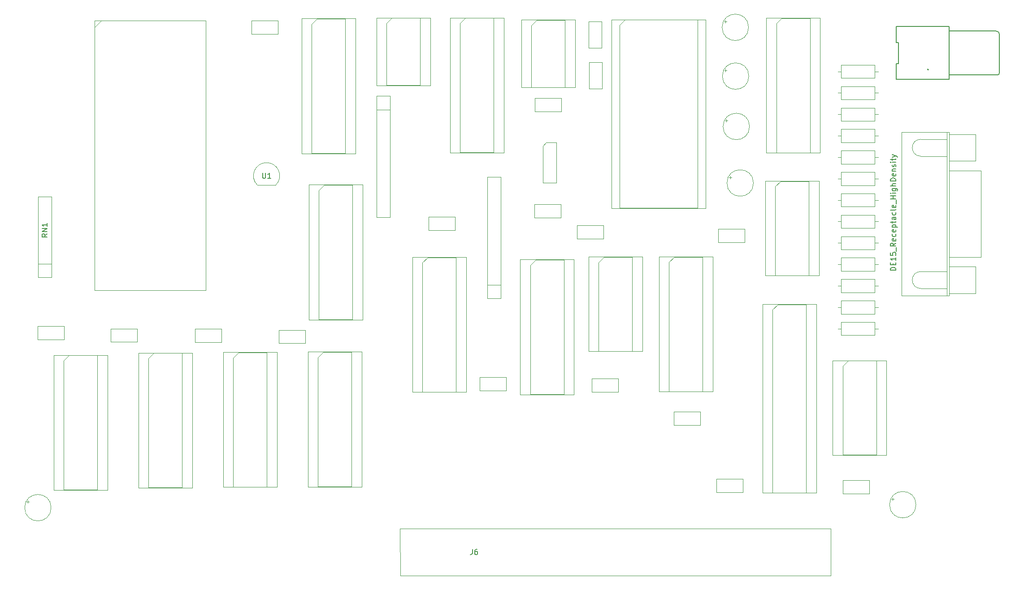
<source format=gbr>
%TF.GenerationSoftware,KiCad,Pcbnew,9.0.2*%
%TF.CreationDate,2026-01-18T17:28:16-06:00*%
%TF.ProjectId,video,76696465-6f2e-46b6-9963-61645f706362,V0.9*%
%TF.SameCoordinates,Original*%
%TF.FileFunction,AssemblyDrawing,Top*%
%FSLAX46Y46*%
G04 Gerber Fmt 4.6, Leading zero omitted, Abs format (unit mm)*
G04 Created by KiCad (PCBNEW 9.0.2) date 2026-01-18 17:28:16*
%MOMM*%
%LPD*%
G01*
G04 APERTURE LIST*
%ADD10C,0.150000*%
%ADD11C,0.100000*%
%ADD12C,0.127000*%
%ADD13C,0.200000*%
%ADD14C,0.120000*%
G04 APERTURE END LIST*
D10*
X85492095Y-70124819D02*
X85492095Y-70934342D01*
X85492095Y-70934342D02*
X85539714Y-71029580D01*
X85539714Y-71029580D02*
X85587333Y-71077200D01*
X85587333Y-71077200D02*
X85682571Y-71124819D01*
X85682571Y-71124819D02*
X85873047Y-71124819D01*
X85873047Y-71124819D02*
X85968285Y-71077200D01*
X85968285Y-71077200D02*
X86015904Y-71029580D01*
X86015904Y-71029580D02*
X86063523Y-70934342D01*
X86063523Y-70934342D02*
X86063523Y-70124819D01*
X87063523Y-71124819D02*
X86492095Y-71124819D01*
X86777809Y-71124819D02*
X86777809Y-70124819D01*
X86777809Y-70124819D02*
X86682571Y-70267676D01*
X86682571Y-70267676D02*
X86587333Y-70362914D01*
X86587333Y-70362914D02*
X86492095Y-70410533D01*
X205086819Y-88533953D02*
X204086819Y-88533953D01*
X204086819Y-88533953D02*
X204086819Y-88295858D01*
X204086819Y-88295858D02*
X204134438Y-88153001D01*
X204134438Y-88153001D02*
X204229676Y-88057763D01*
X204229676Y-88057763D02*
X204324914Y-88010144D01*
X204324914Y-88010144D02*
X204515390Y-87962525D01*
X204515390Y-87962525D02*
X204658247Y-87962525D01*
X204658247Y-87962525D02*
X204848723Y-88010144D01*
X204848723Y-88010144D02*
X204943961Y-88057763D01*
X204943961Y-88057763D02*
X205039200Y-88153001D01*
X205039200Y-88153001D02*
X205086819Y-88295858D01*
X205086819Y-88295858D02*
X205086819Y-88533953D01*
X204563009Y-87533953D02*
X204563009Y-87200620D01*
X205086819Y-87057763D02*
X205086819Y-87533953D01*
X205086819Y-87533953D02*
X204086819Y-87533953D01*
X204086819Y-87533953D02*
X204086819Y-87057763D01*
X205086819Y-86105382D02*
X205086819Y-86676810D01*
X205086819Y-86391096D02*
X204086819Y-86391096D01*
X204086819Y-86391096D02*
X204229676Y-86486334D01*
X204229676Y-86486334D02*
X204324914Y-86581572D01*
X204324914Y-86581572D02*
X204372533Y-86676810D01*
X204086819Y-85200620D02*
X204086819Y-85676810D01*
X204086819Y-85676810D02*
X204563009Y-85724429D01*
X204563009Y-85724429D02*
X204515390Y-85676810D01*
X204515390Y-85676810D02*
X204467771Y-85581572D01*
X204467771Y-85581572D02*
X204467771Y-85343477D01*
X204467771Y-85343477D02*
X204515390Y-85248239D01*
X204515390Y-85248239D02*
X204563009Y-85200620D01*
X204563009Y-85200620D02*
X204658247Y-85153001D01*
X204658247Y-85153001D02*
X204896342Y-85153001D01*
X204896342Y-85153001D02*
X204991580Y-85200620D01*
X204991580Y-85200620D02*
X205039200Y-85248239D01*
X205039200Y-85248239D02*
X205086819Y-85343477D01*
X205086819Y-85343477D02*
X205086819Y-85581572D01*
X205086819Y-85581572D02*
X205039200Y-85676810D01*
X205039200Y-85676810D02*
X204991580Y-85724429D01*
X205182057Y-84962525D02*
X205182057Y-84200620D01*
X205086819Y-83391096D02*
X204610628Y-83724429D01*
X205086819Y-83962524D02*
X204086819Y-83962524D01*
X204086819Y-83962524D02*
X204086819Y-83581572D01*
X204086819Y-83581572D02*
X204134438Y-83486334D01*
X204134438Y-83486334D02*
X204182057Y-83438715D01*
X204182057Y-83438715D02*
X204277295Y-83391096D01*
X204277295Y-83391096D02*
X204420152Y-83391096D01*
X204420152Y-83391096D02*
X204515390Y-83438715D01*
X204515390Y-83438715D02*
X204563009Y-83486334D01*
X204563009Y-83486334D02*
X204610628Y-83581572D01*
X204610628Y-83581572D02*
X204610628Y-83962524D01*
X205039200Y-82581572D02*
X205086819Y-82676810D01*
X205086819Y-82676810D02*
X205086819Y-82867286D01*
X205086819Y-82867286D02*
X205039200Y-82962524D01*
X205039200Y-82962524D02*
X204943961Y-83010143D01*
X204943961Y-83010143D02*
X204563009Y-83010143D01*
X204563009Y-83010143D02*
X204467771Y-82962524D01*
X204467771Y-82962524D02*
X204420152Y-82867286D01*
X204420152Y-82867286D02*
X204420152Y-82676810D01*
X204420152Y-82676810D02*
X204467771Y-82581572D01*
X204467771Y-82581572D02*
X204563009Y-82533953D01*
X204563009Y-82533953D02*
X204658247Y-82533953D01*
X204658247Y-82533953D02*
X204753485Y-83010143D01*
X205039200Y-81676810D02*
X205086819Y-81772048D01*
X205086819Y-81772048D02*
X205086819Y-81962524D01*
X205086819Y-81962524D02*
X205039200Y-82057762D01*
X205039200Y-82057762D02*
X204991580Y-82105381D01*
X204991580Y-82105381D02*
X204896342Y-82153000D01*
X204896342Y-82153000D02*
X204610628Y-82153000D01*
X204610628Y-82153000D02*
X204515390Y-82105381D01*
X204515390Y-82105381D02*
X204467771Y-82057762D01*
X204467771Y-82057762D02*
X204420152Y-81962524D01*
X204420152Y-81962524D02*
X204420152Y-81772048D01*
X204420152Y-81772048D02*
X204467771Y-81676810D01*
X205039200Y-80867286D02*
X205086819Y-80962524D01*
X205086819Y-80962524D02*
X205086819Y-81153000D01*
X205086819Y-81153000D02*
X205039200Y-81248238D01*
X205039200Y-81248238D02*
X204943961Y-81295857D01*
X204943961Y-81295857D02*
X204563009Y-81295857D01*
X204563009Y-81295857D02*
X204467771Y-81248238D01*
X204467771Y-81248238D02*
X204420152Y-81153000D01*
X204420152Y-81153000D02*
X204420152Y-80962524D01*
X204420152Y-80962524D02*
X204467771Y-80867286D01*
X204467771Y-80867286D02*
X204563009Y-80819667D01*
X204563009Y-80819667D02*
X204658247Y-80819667D01*
X204658247Y-80819667D02*
X204753485Y-81295857D01*
X204420152Y-80391095D02*
X205420152Y-80391095D01*
X204467771Y-80391095D02*
X204420152Y-80295857D01*
X204420152Y-80295857D02*
X204420152Y-80105381D01*
X204420152Y-80105381D02*
X204467771Y-80010143D01*
X204467771Y-80010143D02*
X204515390Y-79962524D01*
X204515390Y-79962524D02*
X204610628Y-79914905D01*
X204610628Y-79914905D02*
X204896342Y-79914905D01*
X204896342Y-79914905D02*
X204991580Y-79962524D01*
X204991580Y-79962524D02*
X205039200Y-80010143D01*
X205039200Y-80010143D02*
X205086819Y-80105381D01*
X205086819Y-80105381D02*
X205086819Y-80295857D01*
X205086819Y-80295857D02*
X205039200Y-80391095D01*
X204420152Y-79629190D02*
X204420152Y-79248238D01*
X204086819Y-79486333D02*
X204943961Y-79486333D01*
X204943961Y-79486333D02*
X205039200Y-79438714D01*
X205039200Y-79438714D02*
X205086819Y-79343476D01*
X205086819Y-79343476D02*
X205086819Y-79248238D01*
X205086819Y-78486333D02*
X204563009Y-78486333D01*
X204563009Y-78486333D02*
X204467771Y-78533952D01*
X204467771Y-78533952D02*
X204420152Y-78629190D01*
X204420152Y-78629190D02*
X204420152Y-78819666D01*
X204420152Y-78819666D02*
X204467771Y-78914904D01*
X205039200Y-78486333D02*
X205086819Y-78581571D01*
X205086819Y-78581571D02*
X205086819Y-78819666D01*
X205086819Y-78819666D02*
X205039200Y-78914904D01*
X205039200Y-78914904D02*
X204943961Y-78962523D01*
X204943961Y-78962523D02*
X204848723Y-78962523D01*
X204848723Y-78962523D02*
X204753485Y-78914904D01*
X204753485Y-78914904D02*
X204705866Y-78819666D01*
X204705866Y-78819666D02*
X204705866Y-78581571D01*
X204705866Y-78581571D02*
X204658247Y-78486333D01*
X205039200Y-77581571D02*
X205086819Y-77676809D01*
X205086819Y-77676809D02*
X205086819Y-77867285D01*
X205086819Y-77867285D02*
X205039200Y-77962523D01*
X205039200Y-77962523D02*
X204991580Y-78010142D01*
X204991580Y-78010142D02*
X204896342Y-78057761D01*
X204896342Y-78057761D02*
X204610628Y-78057761D01*
X204610628Y-78057761D02*
X204515390Y-78010142D01*
X204515390Y-78010142D02*
X204467771Y-77962523D01*
X204467771Y-77962523D02*
X204420152Y-77867285D01*
X204420152Y-77867285D02*
X204420152Y-77676809D01*
X204420152Y-77676809D02*
X204467771Y-77581571D01*
X205086819Y-77010142D02*
X205039200Y-77105380D01*
X205039200Y-77105380D02*
X204943961Y-77152999D01*
X204943961Y-77152999D02*
X204086819Y-77152999D01*
X205039200Y-76248237D02*
X205086819Y-76343475D01*
X205086819Y-76343475D02*
X205086819Y-76533951D01*
X205086819Y-76533951D02*
X205039200Y-76629189D01*
X205039200Y-76629189D02*
X204943961Y-76676808D01*
X204943961Y-76676808D02*
X204563009Y-76676808D01*
X204563009Y-76676808D02*
X204467771Y-76629189D01*
X204467771Y-76629189D02*
X204420152Y-76533951D01*
X204420152Y-76533951D02*
X204420152Y-76343475D01*
X204420152Y-76343475D02*
X204467771Y-76248237D01*
X204467771Y-76248237D02*
X204563009Y-76200618D01*
X204563009Y-76200618D02*
X204658247Y-76200618D01*
X204658247Y-76200618D02*
X204753485Y-76676808D01*
X205182057Y-76010142D02*
X205182057Y-75248237D01*
X205086819Y-75010141D02*
X204086819Y-75010141D01*
X204563009Y-75010141D02*
X204563009Y-74438713D01*
X205086819Y-74438713D02*
X204086819Y-74438713D01*
X205086819Y-73962522D02*
X204420152Y-73962522D01*
X204086819Y-73962522D02*
X204134438Y-74010141D01*
X204134438Y-74010141D02*
X204182057Y-73962522D01*
X204182057Y-73962522D02*
X204134438Y-73914903D01*
X204134438Y-73914903D02*
X204086819Y-73962522D01*
X204086819Y-73962522D02*
X204182057Y-73962522D01*
X204420152Y-73057761D02*
X205229676Y-73057761D01*
X205229676Y-73057761D02*
X205324914Y-73105380D01*
X205324914Y-73105380D02*
X205372533Y-73152999D01*
X205372533Y-73152999D02*
X205420152Y-73248237D01*
X205420152Y-73248237D02*
X205420152Y-73391094D01*
X205420152Y-73391094D02*
X205372533Y-73486332D01*
X205039200Y-73057761D02*
X205086819Y-73152999D01*
X205086819Y-73152999D02*
X205086819Y-73343475D01*
X205086819Y-73343475D02*
X205039200Y-73438713D01*
X205039200Y-73438713D02*
X204991580Y-73486332D01*
X204991580Y-73486332D02*
X204896342Y-73533951D01*
X204896342Y-73533951D02*
X204610628Y-73533951D01*
X204610628Y-73533951D02*
X204515390Y-73486332D01*
X204515390Y-73486332D02*
X204467771Y-73438713D01*
X204467771Y-73438713D02*
X204420152Y-73343475D01*
X204420152Y-73343475D02*
X204420152Y-73152999D01*
X204420152Y-73152999D02*
X204467771Y-73057761D01*
X205086819Y-72581570D02*
X204086819Y-72581570D01*
X205086819Y-72152999D02*
X204563009Y-72152999D01*
X204563009Y-72152999D02*
X204467771Y-72200618D01*
X204467771Y-72200618D02*
X204420152Y-72295856D01*
X204420152Y-72295856D02*
X204420152Y-72438713D01*
X204420152Y-72438713D02*
X204467771Y-72533951D01*
X204467771Y-72533951D02*
X204515390Y-72581570D01*
X205086819Y-71676808D02*
X204086819Y-71676808D01*
X204086819Y-71676808D02*
X204086819Y-71438713D01*
X204086819Y-71438713D02*
X204134438Y-71295856D01*
X204134438Y-71295856D02*
X204229676Y-71200618D01*
X204229676Y-71200618D02*
X204324914Y-71152999D01*
X204324914Y-71152999D02*
X204515390Y-71105380D01*
X204515390Y-71105380D02*
X204658247Y-71105380D01*
X204658247Y-71105380D02*
X204848723Y-71152999D01*
X204848723Y-71152999D02*
X204943961Y-71200618D01*
X204943961Y-71200618D02*
X205039200Y-71295856D01*
X205039200Y-71295856D02*
X205086819Y-71438713D01*
X205086819Y-71438713D02*
X205086819Y-71676808D01*
X205039200Y-70295856D02*
X205086819Y-70391094D01*
X205086819Y-70391094D02*
X205086819Y-70581570D01*
X205086819Y-70581570D02*
X205039200Y-70676808D01*
X205039200Y-70676808D02*
X204943961Y-70724427D01*
X204943961Y-70724427D02*
X204563009Y-70724427D01*
X204563009Y-70724427D02*
X204467771Y-70676808D01*
X204467771Y-70676808D02*
X204420152Y-70581570D01*
X204420152Y-70581570D02*
X204420152Y-70391094D01*
X204420152Y-70391094D02*
X204467771Y-70295856D01*
X204467771Y-70295856D02*
X204563009Y-70248237D01*
X204563009Y-70248237D02*
X204658247Y-70248237D01*
X204658247Y-70248237D02*
X204753485Y-70724427D01*
X204420152Y-69819665D02*
X205086819Y-69819665D01*
X204515390Y-69819665D02*
X204467771Y-69772046D01*
X204467771Y-69772046D02*
X204420152Y-69676808D01*
X204420152Y-69676808D02*
X204420152Y-69533951D01*
X204420152Y-69533951D02*
X204467771Y-69438713D01*
X204467771Y-69438713D02*
X204563009Y-69391094D01*
X204563009Y-69391094D02*
X205086819Y-69391094D01*
X205039200Y-68962522D02*
X205086819Y-68867284D01*
X205086819Y-68867284D02*
X205086819Y-68676808D01*
X205086819Y-68676808D02*
X205039200Y-68581570D01*
X205039200Y-68581570D02*
X204943961Y-68533951D01*
X204943961Y-68533951D02*
X204896342Y-68533951D01*
X204896342Y-68533951D02*
X204801104Y-68581570D01*
X204801104Y-68581570D02*
X204753485Y-68676808D01*
X204753485Y-68676808D02*
X204753485Y-68819665D01*
X204753485Y-68819665D02*
X204705866Y-68914903D01*
X204705866Y-68914903D02*
X204610628Y-68962522D01*
X204610628Y-68962522D02*
X204563009Y-68962522D01*
X204563009Y-68962522D02*
X204467771Y-68914903D01*
X204467771Y-68914903D02*
X204420152Y-68819665D01*
X204420152Y-68819665D02*
X204420152Y-68676808D01*
X204420152Y-68676808D02*
X204467771Y-68581570D01*
X205086819Y-68105379D02*
X204420152Y-68105379D01*
X204086819Y-68105379D02*
X204134438Y-68152998D01*
X204134438Y-68152998D02*
X204182057Y-68105379D01*
X204182057Y-68105379D02*
X204134438Y-68057760D01*
X204134438Y-68057760D02*
X204086819Y-68105379D01*
X204086819Y-68105379D02*
X204182057Y-68105379D01*
X204420152Y-67772046D02*
X204420152Y-67391094D01*
X204086819Y-67629189D02*
X204943961Y-67629189D01*
X204943961Y-67629189D02*
X205039200Y-67581570D01*
X205039200Y-67581570D02*
X205086819Y-67486332D01*
X205086819Y-67486332D02*
X205086819Y-67391094D01*
X204420152Y-67152998D02*
X205086819Y-66914903D01*
X204420152Y-66676808D02*
X205086819Y-66914903D01*
X205086819Y-66914903D02*
X205324914Y-67010141D01*
X205324914Y-67010141D02*
X205372533Y-67057760D01*
X205372533Y-67057760D02*
X205420152Y-67152998D01*
X125117266Y-141263019D02*
X125117266Y-141977304D01*
X125117266Y-141977304D02*
X125069647Y-142120161D01*
X125069647Y-142120161D02*
X124974409Y-142215400D01*
X124974409Y-142215400D02*
X124831552Y-142263019D01*
X124831552Y-142263019D02*
X124736314Y-142263019D01*
X126022028Y-141263019D02*
X125831552Y-141263019D01*
X125831552Y-141263019D02*
X125736314Y-141310638D01*
X125736314Y-141310638D02*
X125688695Y-141358257D01*
X125688695Y-141358257D02*
X125593457Y-141501114D01*
X125593457Y-141501114D02*
X125545838Y-141691590D01*
X125545838Y-141691590D02*
X125545838Y-142072542D01*
X125545838Y-142072542D02*
X125593457Y-142167780D01*
X125593457Y-142167780D02*
X125641076Y-142215400D01*
X125641076Y-142215400D02*
X125736314Y-142263019D01*
X125736314Y-142263019D02*
X125926790Y-142263019D01*
X125926790Y-142263019D02*
X126022028Y-142215400D01*
X126022028Y-142215400D02*
X126069647Y-142167780D01*
X126069647Y-142167780D02*
X126117266Y-142072542D01*
X126117266Y-142072542D02*
X126117266Y-141834447D01*
X126117266Y-141834447D02*
X126069647Y-141739209D01*
X126069647Y-141739209D02*
X126022028Y-141691590D01*
X126022028Y-141691590D02*
X125926790Y-141643971D01*
X125926790Y-141643971D02*
X125736314Y-141643971D01*
X125736314Y-141643971D02*
X125641076Y-141691590D01*
X125641076Y-141691590D02*
X125593457Y-141739209D01*
X125593457Y-141739209D02*
X125545838Y-141834447D01*
X44844819Y-81640476D02*
X44368628Y-81973809D01*
X44844819Y-82211904D02*
X43844819Y-82211904D01*
X43844819Y-82211904D02*
X43844819Y-81830952D01*
X43844819Y-81830952D02*
X43892438Y-81735714D01*
X43892438Y-81735714D02*
X43940057Y-81688095D01*
X43940057Y-81688095D02*
X44035295Y-81640476D01*
X44035295Y-81640476D02*
X44178152Y-81640476D01*
X44178152Y-81640476D02*
X44273390Y-81688095D01*
X44273390Y-81688095D02*
X44321009Y-81735714D01*
X44321009Y-81735714D02*
X44368628Y-81830952D01*
X44368628Y-81830952D02*
X44368628Y-82211904D01*
X44844819Y-81211904D02*
X43844819Y-81211904D01*
X43844819Y-81211904D02*
X44844819Y-80640476D01*
X44844819Y-80640476D02*
X43844819Y-80640476D01*
X44844819Y-79640476D02*
X44844819Y-80211904D01*
X44844819Y-79926190D02*
X43844819Y-79926190D01*
X43844819Y-79926190D02*
X43987676Y-80021428D01*
X43987676Y-80021428D02*
X44082914Y-80116666D01*
X44082914Y-80116666D02*
X44130533Y-80211904D01*
D11*
%TO.C,U6*%
X160350000Y-85960000D02*
X160350000Y-111480000D01*
X160350000Y-111480000D02*
X170510000Y-111480000D01*
X162255000Y-87020000D02*
X163255000Y-86020000D01*
X162255000Y-111420000D02*
X162255000Y-87020000D01*
X163255000Y-86020000D02*
X168605000Y-86020000D01*
X168605000Y-86020000D02*
X168605000Y-111420000D01*
X168605000Y-111420000D02*
X162255000Y-111420000D01*
X170510000Y-85960000D02*
X160350000Y-85960000D01*
X170510000Y-111480000D02*
X170510000Y-85960000D01*
%TO.C,U2*%
X147050000Y-85970000D02*
X147050000Y-103870000D01*
X147050000Y-103870000D02*
X157210000Y-103870000D01*
X148955000Y-87030000D02*
X149955000Y-86030000D01*
X148955000Y-103810000D02*
X148955000Y-87030000D01*
X149955000Y-86030000D02*
X155305000Y-86030000D01*
X155305000Y-86030000D02*
X155305000Y-103810000D01*
X155305000Y-103810000D02*
X148955000Y-103810000D01*
X157210000Y-85970000D02*
X147050000Y-85970000D01*
X157210000Y-103870000D02*
X157210000Y-85970000D01*
%TO.C,U40*%
X179900000Y-94940000D02*
X179900000Y-130620000D01*
X179900000Y-130620000D02*
X190060000Y-130620000D01*
X181805000Y-96000000D02*
X182805000Y-95000000D01*
X181805000Y-130560000D02*
X181805000Y-96000000D01*
X182805000Y-95000000D02*
X188155000Y-95000000D01*
X188155000Y-95000000D02*
X188155000Y-130560000D01*
X188155000Y-130560000D02*
X181805000Y-130560000D01*
X190060000Y-94940000D02*
X179900000Y-94940000D01*
X190060000Y-130620000D02*
X190060000Y-94940000D01*
%TO.C,U5*%
X94220000Y-72350000D02*
X94220000Y-97870000D01*
X94220000Y-97870000D02*
X104380000Y-97870000D01*
X96125000Y-73410000D02*
X97125000Y-72410000D01*
X96125000Y-97810000D02*
X96125000Y-73410000D01*
X97125000Y-72410000D02*
X102475000Y-72410000D01*
X102475000Y-72410000D02*
X102475000Y-97810000D01*
X102475000Y-97810000D02*
X96125000Y-97810000D01*
X104380000Y-72350000D02*
X94220000Y-72350000D01*
X104380000Y-97870000D02*
X104380000Y-72350000D01*
%TO.C,U4*%
X94060000Y-103930000D02*
X94060000Y-129450000D01*
X94060000Y-129450000D02*
X104220000Y-129450000D01*
X95965000Y-104990000D02*
X96965000Y-103990000D01*
X95965000Y-129390000D02*
X95965000Y-104990000D01*
X96965000Y-103990000D02*
X102315000Y-103990000D01*
X102315000Y-103990000D02*
X102315000Y-129390000D01*
X102315000Y-129390000D02*
X95965000Y-129390000D01*
X104220000Y-103930000D02*
X94060000Y-103930000D01*
X104220000Y-129450000D02*
X104220000Y-103930000D01*
%TO.C,U9*%
X92860000Y-40950000D02*
X92860000Y-66470000D01*
X92860000Y-66470000D02*
X103020000Y-66470000D01*
X94765000Y-42010000D02*
X95765000Y-41010000D01*
X94765000Y-66410000D02*
X94765000Y-42010000D01*
X95765000Y-41010000D02*
X101115000Y-41010000D01*
X101115000Y-41010000D02*
X101115000Y-66410000D01*
X101115000Y-66410000D02*
X94765000Y-66410000D01*
X103020000Y-40950000D02*
X92860000Y-40950000D01*
X103020000Y-66470000D02*
X103020000Y-40950000D01*
%TO.C,U16*%
X151410000Y-41140000D02*
X151410000Y-76820000D01*
X151410000Y-76820000D02*
X169190000Y-76820000D01*
X152935000Y-42200000D02*
X153935000Y-41200000D01*
X152935000Y-76760000D02*
X152935000Y-42200000D01*
X153935000Y-41200000D02*
X167665000Y-41200000D01*
X167665000Y-41200000D02*
X167665000Y-76760000D01*
X167665000Y-76760000D02*
X152935000Y-76760000D01*
X169190000Y-41140000D02*
X151410000Y-41140000D01*
X169190000Y-76820000D02*
X169190000Y-41140000D01*
%TO.C,U1*%
X84484000Y-72420000D02*
X87984000Y-72420000D01*
X84500375Y-72423625D02*
G75*
G02*
X86254000Y-68190000I1753625J1753625D01*
G01*
X86254000Y-68190000D02*
G75*
G02*
X88007625Y-72423625I0J-2480000D01*
G01*
%TO.C,C39*%
X172696395Y-50752500D02*
X173196395Y-50752500D01*
X172946395Y-50502500D02*
X172946395Y-51002500D01*
X177330000Y-51840000D02*
G75*
G02*
X172330000Y-51840000I-2500000J0D01*
G01*
X172330000Y-51840000D02*
G75*
G02*
X177330000Y-51840000I2500000J0D01*
G01*
%TO.C,U7*%
X120900000Y-40820000D02*
X120900000Y-66340000D01*
X120900000Y-66340000D02*
X131060000Y-66340000D01*
X122805000Y-41880000D02*
X123805000Y-40880000D01*
X122805000Y-66280000D02*
X122805000Y-41880000D01*
X123805000Y-40880000D02*
X129155000Y-40880000D01*
X129155000Y-40880000D02*
X129155000Y-66280000D01*
X129155000Y-66280000D02*
X122805000Y-66280000D01*
X131060000Y-40820000D02*
X120900000Y-40820000D01*
X131060000Y-66340000D02*
X131060000Y-40820000D01*
%TO.C,C14*%
X40936395Y-132312500D02*
X41436395Y-132312500D01*
X41186395Y-132062500D02*
X41186395Y-132562500D01*
X45570000Y-133400000D02*
G75*
G02*
X40570000Y-133400000I-2500000J0D01*
G01*
X40570000Y-133400000D02*
G75*
G02*
X45570000Y-133400000I2500000J0D01*
G01*
%TO.C,C4*%
X147710000Y-109020000D02*
X147710000Y-111520000D01*
X147710000Y-111520000D02*
X152710000Y-111520000D01*
X152710000Y-109020000D02*
X147710000Y-109020000D01*
X152710000Y-111520000D02*
X152710000Y-109020000D01*
%TO.C,R22*%
X194130000Y-67170000D02*
X194790000Y-67170000D01*
X194790000Y-65920000D02*
X194790000Y-68420000D01*
X194790000Y-68420000D02*
X201090000Y-68420000D01*
X201090000Y-65920000D02*
X194790000Y-65920000D01*
X201090000Y-68420000D02*
X201090000Y-65920000D01*
X201750000Y-67170000D02*
X201090000Y-67170000D01*
%TO.C,U32*%
X62053300Y-104130000D02*
X62053300Y-129650000D01*
X62053300Y-129650000D02*
X72213300Y-129650000D01*
X63958300Y-105190000D02*
X64958300Y-104190000D01*
X63958300Y-129590000D02*
X63958300Y-105190000D01*
X64958300Y-104190000D02*
X70308300Y-104190000D01*
X70308300Y-104190000D02*
X70308300Y-129590000D01*
X70308300Y-129590000D02*
X63958300Y-129590000D01*
X72213300Y-104130000D02*
X62053300Y-104130000D01*
X72213300Y-129650000D02*
X72213300Y-104130000D01*
%TO.C,R23*%
X194130000Y-71220000D02*
X194790000Y-71220000D01*
X194790000Y-69970000D02*
X194790000Y-72470000D01*
X194790000Y-72470000D02*
X201090000Y-72470000D01*
X201090000Y-69970000D02*
X194790000Y-69970000D01*
X201090000Y-72470000D02*
X201090000Y-69970000D01*
X201750000Y-71220000D02*
X201090000Y-71220000D01*
%TO.C,RR1*%
X107060000Y-55600000D02*
X107060000Y-78500000D01*
X107060000Y-78500000D02*
X109560000Y-78500000D01*
X109560000Y-55600000D02*
X107060000Y-55600000D01*
X109560000Y-58160000D02*
X107060000Y-58160000D01*
X109560000Y-78500000D02*
X109560000Y-55600000D01*
%TO.C,C45*%
X171540000Y-80730000D02*
X171540000Y-83230000D01*
X171540000Y-83230000D02*
X176540000Y-83230000D01*
X176540000Y-80730000D02*
X171540000Y-80730000D01*
X176540000Y-83230000D02*
X176540000Y-80730000D01*
%TO.C,U3*%
X193170000Y-105590000D02*
X193170000Y-123490000D01*
X193170000Y-123490000D02*
X203330000Y-123490000D01*
X195075000Y-106650000D02*
X196075000Y-105650000D01*
X195075000Y-123430000D02*
X195075000Y-106650000D01*
X196075000Y-105650000D02*
X201425000Y-105650000D01*
X201425000Y-105650000D02*
X201425000Y-123430000D01*
X201425000Y-123430000D02*
X195075000Y-123430000D01*
X203330000Y-105590000D02*
X193170000Y-105590000D01*
X203330000Y-123490000D02*
X203330000Y-105590000D01*
%TO.C,C3*%
X116886000Y-78474000D02*
X116886000Y-80974000D01*
X116886000Y-80974000D02*
X121886000Y-80974000D01*
X121886000Y-78474000D02*
X116886000Y-78474000D01*
X121886000Y-80974000D02*
X121886000Y-78474000D01*
%TO.C,J11*%
X206140000Y-62445000D02*
X206140000Y-93295000D01*
X206140000Y-93295000D02*
X214740000Y-93295000D01*
X214740000Y-62445000D02*
X206140000Y-62445000D01*
X214740000Y-62445000D02*
X214740000Y-93295000D01*
X214740000Y-63770000D02*
X209800000Y-63770000D01*
X214740000Y-66970000D02*
X209800000Y-66970000D01*
X214740000Y-88770000D02*
X209800000Y-88770000D01*
X214740000Y-91970000D02*
X209800000Y-91970000D01*
X214740000Y-93295000D02*
X214740000Y-62445000D01*
X214740000Y-93295000D02*
X215140000Y-93295000D01*
X215140000Y-62445000D02*
X214740000Y-62445000D01*
X215140000Y-62870000D02*
X215140000Y-67870000D01*
X215140000Y-67870000D02*
X220140000Y-67870000D01*
X215140000Y-69720000D02*
X215140000Y-86020000D01*
X215140000Y-86020000D02*
X221140000Y-86020000D01*
X215140000Y-87870000D02*
X215140000Y-92870000D01*
X215140000Y-92870000D02*
X220140000Y-92870000D01*
X215140000Y-93295000D02*
X215140000Y-62445000D01*
X220140000Y-62870000D02*
X215140000Y-62870000D01*
X220140000Y-67870000D02*
X220140000Y-62870000D01*
X220140000Y-87870000D02*
X215140000Y-87870000D01*
X220140000Y-92870000D02*
X220140000Y-87870000D01*
X221140000Y-69720000D02*
X215140000Y-69720000D01*
X221140000Y-86020000D02*
X221140000Y-69720000D01*
X209800000Y-66970000D02*
G75*
G02*
X209800000Y-63770000I0J1600000D01*
G01*
X209800000Y-91970000D02*
G75*
G02*
X209800000Y-88770000I0J1600000D01*
G01*
%TO.C,C37*%
X83380000Y-41380000D02*
X83380000Y-43880000D01*
X83380000Y-43880000D02*
X88380000Y-43880000D01*
X88380000Y-41380000D02*
X83380000Y-41380000D01*
X88380000Y-43880000D02*
X88380000Y-41380000D01*
%TO.C,C7*%
X136920000Y-56000000D02*
X136920000Y-58500000D01*
X136920000Y-58500000D02*
X141920000Y-58500000D01*
X141920000Y-56000000D02*
X136920000Y-56000000D01*
X141920000Y-58500000D02*
X141920000Y-56000000D01*
%TO.C,P3*%
X180400000Y-71650000D02*
X180400000Y-89550000D01*
X180400000Y-89550000D02*
X190560000Y-89550000D01*
X182305000Y-72710000D02*
X183305000Y-71710000D01*
X182305000Y-89490000D02*
X182305000Y-72710000D01*
X183305000Y-71710000D02*
X188655000Y-71710000D01*
X188655000Y-71710000D02*
X188655000Y-89490000D01*
X188655000Y-89490000D02*
X182305000Y-89490000D01*
X190560000Y-71650000D02*
X180400000Y-71650000D01*
X190560000Y-89550000D02*
X190560000Y-71650000D01*
%TO.C,C43*%
X172823395Y-60265500D02*
X173323395Y-60265500D01*
X173073395Y-60015500D02*
X173073395Y-60515500D01*
X177457000Y-61353000D02*
G75*
G02*
X172457000Y-61353000I-2500000J0D01*
G01*
X172457000Y-61353000D02*
G75*
G02*
X177457000Y-61353000I2500000J0D01*
G01*
%TO.C,R3*%
X194130000Y-55020000D02*
X194790000Y-55020000D01*
X194790000Y-53770000D02*
X194790000Y-56270000D01*
X194790000Y-56270000D02*
X201090000Y-56270000D01*
X201090000Y-53770000D02*
X194790000Y-53770000D01*
X201090000Y-56270000D02*
X201090000Y-53770000D01*
X201750000Y-55020000D02*
X201090000Y-55020000D01*
%TO.C,J6*%
X111476600Y-137359200D02*
X192760600Y-137363200D01*
X111480600Y-146253200D02*
X111476600Y-137359200D01*
X192760600Y-137363200D02*
X192760600Y-146253200D01*
X192760600Y-146253200D02*
X111480600Y-146253200D01*
%TO.C,C42*%
X147076000Y-41496000D02*
X147076000Y-46496000D01*
X147076000Y-46496000D02*
X149576000Y-46496000D01*
X149576000Y-41496000D02*
X147076000Y-41496000D01*
X149576000Y-46496000D02*
X149576000Y-41496000D01*
%TO.C,R26*%
X194130000Y-83370000D02*
X194790000Y-83370000D01*
X194790000Y-82120000D02*
X194790000Y-84620000D01*
X194790000Y-84620000D02*
X201090000Y-84620000D01*
X201090000Y-82120000D02*
X194790000Y-82120000D01*
X201090000Y-84620000D02*
X201090000Y-82120000D01*
X201750000Y-83370000D02*
X201090000Y-83370000D01*
%TO.C,R27*%
X194130000Y-87420000D02*
X194790000Y-87420000D01*
X194790000Y-86170000D02*
X194790000Y-88670000D01*
X194790000Y-88670000D02*
X201090000Y-88670000D01*
X201090000Y-86170000D02*
X194790000Y-86170000D01*
X201090000Y-88670000D02*
X201090000Y-86170000D01*
X201750000Y-87420000D02*
X201090000Y-87420000D01*
%TO.C,R25*%
X194130000Y-79320000D02*
X194790000Y-79320000D01*
X194790000Y-78070000D02*
X194790000Y-80570000D01*
X194790000Y-80570000D02*
X201090000Y-80570000D01*
X201090000Y-78070000D02*
X194790000Y-78070000D01*
X201090000Y-80570000D02*
X201090000Y-78070000D01*
X201750000Y-79320000D02*
X201090000Y-79320000D01*
%TO.C,U34*%
X46050000Y-104560000D02*
X46050000Y-130080000D01*
X46050000Y-130080000D02*
X56210000Y-130080000D01*
X47955000Y-105620000D02*
X48955000Y-104620000D01*
X47955000Y-130020000D02*
X47955000Y-105620000D01*
X48955000Y-104620000D02*
X54305000Y-104620000D01*
X54305000Y-104620000D02*
X54305000Y-130020000D01*
X54305000Y-130020000D02*
X47955000Y-130020000D01*
X56210000Y-104560000D02*
X46050000Y-104560000D01*
X56210000Y-130080000D02*
X56210000Y-104560000D01*
%TO.C,RN1*%
X43140000Y-74580000D02*
X43140000Y-89860000D01*
X43140000Y-87300000D02*
X45640000Y-87300000D01*
X43140000Y-89860000D02*
X45640000Y-89860000D01*
X45640000Y-74580000D02*
X43140000Y-74580000D01*
X45640000Y-89860000D02*
X45640000Y-74580000D01*
%TO.C,C10*%
X88570000Y-99850000D02*
X88570000Y-102350000D01*
X88570000Y-102350000D02*
X93570000Y-102350000D01*
X93570000Y-99850000D02*
X88570000Y-99850000D01*
X93570000Y-102350000D02*
X93570000Y-99850000D01*
%TO.C,C12*%
X195050000Y-128230000D02*
X195050000Y-130730000D01*
X195050000Y-130730000D02*
X200050000Y-130730000D01*
X200050000Y-128230000D02*
X195050000Y-128230000D01*
X200050000Y-130730000D02*
X200050000Y-128230000D01*
%TO.C,U20*%
X180620000Y-40830000D02*
X180620000Y-66350000D01*
X180620000Y-66350000D02*
X190780000Y-66350000D01*
X182525000Y-41890000D02*
X183525000Y-40890000D01*
X182525000Y-66290000D02*
X182525000Y-41890000D01*
X183525000Y-40890000D02*
X188875000Y-40890000D01*
X188875000Y-40890000D02*
X188875000Y-66290000D01*
X188875000Y-66290000D02*
X182525000Y-66290000D01*
X190780000Y-40830000D02*
X180620000Y-40830000D01*
X190780000Y-66350000D02*
X190780000Y-40830000D01*
%TO.C,R24*%
X194130000Y-75270000D02*
X194790000Y-75270000D01*
X194790000Y-74020000D02*
X194790000Y-76520000D01*
X194790000Y-76520000D02*
X201090000Y-76520000D01*
X201090000Y-74020000D02*
X194790000Y-74020000D01*
X201090000Y-76520000D02*
X201090000Y-74020000D01*
X201750000Y-75270000D02*
X201090000Y-75270000D01*
%TO.C,R1*%
X194130000Y-50970000D02*
X194790000Y-50970000D01*
X194790000Y-49720000D02*
X194790000Y-52220000D01*
X194790000Y-52220000D02*
X201090000Y-52220000D01*
X201090000Y-49720000D02*
X194790000Y-49720000D01*
X201090000Y-52220000D02*
X201090000Y-49720000D01*
X201750000Y-50970000D02*
X201090000Y-50970000D01*
%TO.C,R31*%
X194130000Y-99570000D02*
X194790000Y-99570000D01*
X194790000Y-98320000D02*
X194790000Y-100820000D01*
X194790000Y-100820000D02*
X201090000Y-100820000D01*
X201090000Y-98320000D02*
X194790000Y-98320000D01*
X201090000Y-100820000D02*
X201090000Y-98320000D01*
X201750000Y-99570000D02*
X201090000Y-99570000D01*
%TO.C,U18*%
X134160000Y-86510000D02*
X134160000Y-112030000D01*
X134160000Y-112030000D02*
X144320000Y-112030000D01*
X136065000Y-87570000D02*
X137065000Y-86570000D01*
X136065000Y-111970000D02*
X136065000Y-87570000D01*
X137065000Y-86570000D02*
X142415000Y-86570000D01*
X142415000Y-86570000D02*
X142415000Y-111970000D01*
X142415000Y-111970000D02*
X136065000Y-111970000D01*
X144320000Y-86510000D02*
X134160000Y-86510000D01*
X144320000Y-112030000D02*
X144320000Y-86510000D01*
%TO.C,C6*%
X171240000Y-127990000D02*
X171240000Y-130490000D01*
X171240000Y-130490000D02*
X176240000Y-130490000D01*
X176240000Y-127990000D02*
X171240000Y-127990000D01*
X176240000Y-130490000D02*
X176240000Y-127990000D01*
%TO.C,C44*%
X136816000Y-76074000D02*
X136816000Y-78574000D01*
X136816000Y-78574000D02*
X141816000Y-78574000D01*
X141816000Y-76074000D02*
X136816000Y-76074000D01*
X141816000Y-78574000D02*
X141816000Y-76074000D01*
%TO.C,C13*%
X204265395Y-131747500D02*
X204765395Y-131747500D01*
X204515395Y-131497500D02*
X204515395Y-131997500D01*
X208899000Y-132835000D02*
G75*
G02*
X203899000Y-132835000I-2500000J0D01*
G01*
X203899000Y-132835000D02*
G75*
G02*
X208899000Y-132835000I2500000J0D01*
G01*
%TO.C,R28*%
X194130000Y-91470000D02*
X194790000Y-91470000D01*
X194790000Y-90220000D02*
X194790000Y-92720000D01*
X194790000Y-92720000D02*
X201090000Y-92720000D01*
X201090000Y-90220000D02*
X194790000Y-90220000D01*
X201090000Y-92720000D02*
X201090000Y-90220000D01*
X201750000Y-91470000D02*
X201090000Y-91470000D01*
%TO.C,JP3*%
X138408000Y-65023000D02*
X139043000Y-64388000D01*
X138408000Y-72008000D02*
X138408000Y-65023000D01*
X139043000Y-64388000D02*
X140948000Y-64388000D01*
X140948000Y-64388000D02*
X140948000Y-72008000D01*
X140948000Y-72008000D02*
X138408000Y-72008000D01*
%TO.C,C1*%
X72720000Y-99640000D02*
X72720000Y-102140000D01*
X72720000Y-102140000D02*
X77720000Y-102140000D01*
X77720000Y-99640000D02*
X72720000Y-99640000D01*
X77720000Y-102140000D02*
X77720000Y-99640000D01*
%TO.C,C50*%
X173561295Y-70952500D02*
X174061295Y-70952500D01*
X173811295Y-70702500D02*
X173811295Y-71202500D01*
X178194900Y-72040000D02*
G75*
G02*
X173194900Y-72040000I-2500000J0D01*
G01*
X173194900Y-72040000D02*
G75*
G02*
X178194900Y-72040000I2500000J0D01*
G01*
%TO.C,RN2*%
X127970000Y-70930000D02*
X127970000Y-93830000D01*
X127970000Y-91270000D02*
X130470000Y-91270000D01*
X127970000Y-93830000D02*
X130470000Y-93830000D01*
X130470000Y-70930000D02*
X127970000Y-70930000D01*
X130470000Y-93830000D02*
X130470000Y-70930000D01*
%TO.C,C8*%
X144910000Y-80070000D02*
X144910000Y-82570000D01*
X144910000Y-82570000D02*
X149910000Y-82570000D01*
X149910000Y-80070000D02*
X144910000Y-80070000D01*
X149910000Y-82570000D02*
X149910000Y-80070000D01*
%TO.C,R29*%
X194130000Y-95520000D02*
X194790000Y-95520000D01*
X194790000Y-94270000D02*
X194790000Y-96770000D01*
X194790000Y-96770000D02*
X201090000Y-96770000D01*
X201090000Y-94270000D02*
X194790000Y-94270000D01*
X201090000Y-96770000D02*
X201090000Y-94270000D01*
X201750000Y-95520000D02*
X201090000Y-95520000D01*
%TO.C,C2*%
X43000000Y-99100000D02*
X43000000Y-101600000D01*
X43000000Y-101600000D02*
X48000000Y-101600000D01*
X48000000Y-99100000D02*
X43000000Y-99100000D01*
X48000000Y-101600000D02*
X48000000Y-99100000D01*
%TO.C,SW2*%
X107020000Y-40810000D02*
X107020000Y-53630000D01*
X107020000Y-53630000D02*
X117180000Y-53630000D01*
X108925000Y-41870000D02*
X109925000Y-40870000D01*
X108925000Y-53570000D02*
X108925000Y-41870000D01*
X109925000Y-40870000D02*
X115275000Y-40870000D01*
X115275000Y-40870000D02*
X115275000Y-53570000D01*
X115275000Y-53570000D02*
X108925000Y-53570000D01*
X117180000Y-40810000D02*
X107020000Y-40810000D01*
X117180000Y-53630000D02*
X117180000Y-40810000D01*
%TO.C,R4*%
X194130000Y-59070000D02*
X194790000Y-59070000D01*
X194790000Y-57820000D02*
X194790000Y-60320000D01*
X194790000Y-60320000D02*
X201090000Y-60320000D01*
X201090000Y-57820000D02*
X194790000Y-57820000D01*
X201090000Y-60320000D02*
X201090000Y-57820000D01*
X201750000Y-59070000D02*
X201090000Y-59070000D01*
%TO.C,SW1*%
X134350000Y-41180000D02*
X134350000Y-54000000D01*
X134350000Y-54000000D02*
X144510000Y-54000000D01*
X136255000Y-42240000D02*
X137255000Y-41240000D01*
X136255000Y-53940000D02*
X136255000Y-42240000D01*
X137255000Y-41240000D02*
X142605000Y-41240000D01*
X142605000Y-41240000D02*
X142605000Y-53940000D01*
X142605000Y-53940000D02*
X136255000Y-53940000D01*
X144510000Y-41180000D02*
X134350000Y-41180000D01*
X144510000Y-54000000D02*
X144510000Y-41180000D01*
%TO.C,R5*%
X194130000Y-63120000D02*
X194790000Y-63120000D01*
X194790000Y-61870000D02*
X194790000Y-64370000D01*
X194790000Y-64370000D02*
X201090000Y-64370000D01*
X201090000Y-61870000D02*
X194790000Y-61870000D01*
X201090000Y-64370000D02*
X201090000Y-61870000D01*
X201750000Y-63120000D02*
X201090000Y-63120000D01*
D12*
%TO.C,J24*%
X205150000Y-42480000D02*
X215150000Y-42480000D01*
X205150000Y-45480000D02*
X205150000Y-42480000D01*
X205150000Y-49480000D02*
X205550000Y-49480000D01*
X205150000Y-52480000D02*
X205150000Y-49480000D01*
X205550000Y-45480000D02*
X205150000Y-45480000D01*
X205550000Y-49480000D02*
X205550000Y-45480000D01*
X215150000Y-42480000D02*
X215150000Y-43330000D01*
X215150000Y-43330000D02*
X215150000Y-51630000D01*
X215150000Y-43330000D02*
X224060000Y-43330000D01*
X215150000Y-51630000D02*
X215150000Y-52480000D01*
X215150000Y-52480000D02*
X205150000Y-52480000D01*
X224260000Y-51630000D02*
X215150000Y-51630000D01*
X224650000Y-43920000D02*
X224650000Y-51240000D01*
X224060000Y-43330000D02*
G75*
G02*
X224650000Y-43920000I0J-590000D01*
G01*
X224650000Y-51240000D02*
G75*
G02*
X224260000Y-51630000I-390000J0D01*
G01*
D13*
X211260000Y-50580000D02*
G75*
G02*
X211060000Y-50580000I-100000J0D01*
G01*
X211060000Y-50580000D02*
G75*
G02*
X211260000Y-50580000I100000J0D01*
G01*
D11*
%TO.C,U19*%
X113792000Y-86046000D02*
X113792000Y-111566000D01*
X113792000Y-111566000D02*
X123952000Y-111566000D01*
X115697000Y-87106000D02*
X116697000Y-86106000D01*
X115697000Y-111506000D02*
X115697000Y-87106000D01*
X116697000Y-86106000D02*
X122047000Y-86106000D01*
X122047000Y-86106000D02*
X122047000Y-111506000D01*
X122047000Y-111506000D02*
X115697000Y-111506000D01*
X123952000Y-86046000D02*
X113792000Y-86046000D01*
X123952000Y-111566000D02*
X123952000Y-86046000D01*
%TO.C,C5*%
X126538000Y-108756000D02*
X126538000Y-111256000D01*
X126538000Y-111256000D02*
X131538000Y-111256000D01*
X131538000Y-108756000D02*
X126538000Y-108756000D01*
X131538000Y-111256000D02*
X131538000Y-108756000D01*
%TO.C,U33*%
X78056700Y-104000000D02*
X78056700Y-129520000D01*
X78056700Y-129520000D02*
X88216700Y-129520000D01*
X79961700Y-105060000D02*
X80961700Y-104060000D01*
X79961700Y-129460000D02*
X79961700Y-105060000D01*
X80961700Y-104060000D02*
X86311700Y-104060000D01*
X86311700Y-104060000D02*
X86311700Y-129460000D01*
X86311700Y-129460000D02*
X79961700Y-129460000D01*
X88216700Y-104000000D02*
X78056700Y-104000000D01*
X88216700Y-129520000D02*
X88216700Y-104000000D01*
%TO.C,C9*%
X163200000Y-115300000D02*
X163200000Y-117800000D01*
X163200000Y-117800000D02*
X168200000Y-117800000D01*
X168200000Y-115300000D02*
X163200000Y-115300000D01*
X168200000Y-117800000D02*
X168200000Y-115300000D01*
%TO.C,C46*%
X147126000Y-49206000D02*
X147126000Y-54206000D01*
X147126000Y-54206000D02*
X149626000Y-54206000D01*
X149626000Y-49206000D02*
X147126000Y-49206000D01*
X149626000Y-54206000D02*
X149626000Y-49206000D01*
%TO.C,C38*%
X172646395Y-41532500D02*
X173146395Y-41532500D01*
X172896395Y-41282500D02*
X172896395Y-41782500D01*
X177280000Y-42620000D02*
G75*
G02*
X172280000Y-42620000I-2500000J0D01*
G01*
X172280000Y-42620000D02*
G75*
G02*
X177280000Y-42620000I2500000J0D01*
G01*
%TO.C,C11*%
X56810000Y-99570000D02*
X56810000Y-102070000D01*
X56810000Y-102070000D02*
X61810000Y-102070000D01*
X61810000Y-99570000D02*
X56810000Y-99570000D01*
X61810000Y-102070000D02*
X61810000Y-99570000D01*
D14*
%TO.C,U36*%
X53770000Y-41330000D02*
X74770000Y-41330000D01*
X53770000Y-42630000D02*
X55070000Y-41330000D01*
X53770000Y-92330000D02*
X53770000Y-41330000D01*
X74770000Y-41330000D02*
X74770000Y-92330000D01*
X74770000Y-92330000D02*
X53770000Y-92330000D01*
%TD*%
M02*

</source>
